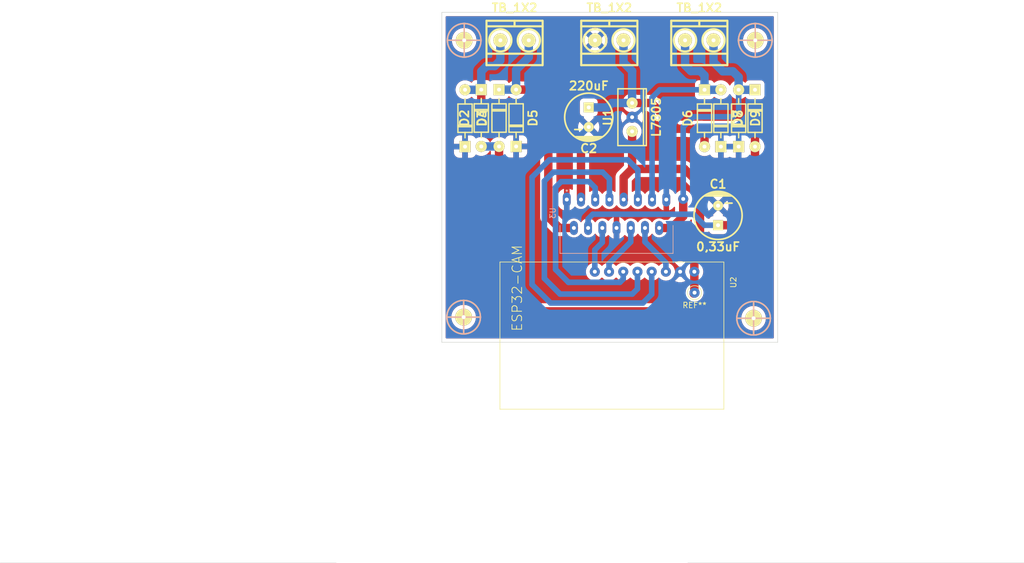
<source format=kicad_pcb>
(kicad_pcb (version 20211014) (generator pcbnew)
  (layers (0 "F.Cu" signal) (31 "B.Cu" signal) (34 "B.Paste" user) (35 "F.Paste" user) (36 "B.SilkS" user "B.Silkscreen") (37 "F.SilkS" user "F.Silkscreen") (38 "B.Mask" user) (39 "F.Mask" user) (44 "Edge.Cuts" user))
  (net 0 "")
  (net 1 "GND")
  (net 2 "+5V")
  (net 3 "/OUT1")
  (net 4 "/OUT2")
  (net 5 "/OUT3")
  (net 6 "/OUT4")
  (net 7 "/EnA")
  (net 8 "/EnB")
  (net 9 "/IN1")
  (net 10 "/IN2")
  (net 11 "/IN3")
  (net 12 "/IN4")
  (net 13 "+6V")
  (footprint "EESTN5:DO-41" (layer "F.Cu") (at 193.454 95.727 -90)
    (fp_text reference "D9" (at 0 -3 90) (layer "F.SilkS") (effects (font (size 1.524 1.524) (thickness 0.3048))))
    (fp_text value "D" hide)
    (fp_line (start 1.524 1.27) (end 1.524 -1.27) (layer "F.SilkS") (width 0.254))
    (fp_line (start 1.27 -1.27) (end 1.27 1.27) (layer "F.SilkS") (width 0.254))
    (fp_line (start 2.54 1.27) (end -2.54 1.27) (layer "F.SilkS") (width 0.254))
    (fp_line (start 2.54 -1.27) (end 2.54 1.27) (layer "F.SilkS") (width 0.254))
    (fp_line (start -2.54 -1.27) (end 2.54 -1.27) (layer "F.SilkS") (width 0.254))
    (fp_line (start -2.54 0) (end -3.5 0) (layer "F.SilkS") (width 0.254))
    (fp_line (start -2.54 -1.27) (end -2.54 1.27) (layer "F.SilkS") (width 0.254))
    (fp_line (start 3.5 0) (end 2.54 0) (layer "F.SilkS") (width 0.254))
    (pad "1" thru_hole circle locked (at -5.08 0 270) (size 1.99898 1.99898) (drill 0.7) (layers *.Cu *.Mask "F.SilkS") (net 6 "/OUT4"))
    (pad "2" thru_hole rect locked (at 5.08 0 270) (size 1.99898 1.99898) (drill 0.7) (layers *.Cu *.Mask "F.SilkS") (net 1 "GND"))
  )
  (footprint "EESTN5:hole_3mm" (layer "F.Cu") (at 144.425 81.797)
    (fp_text reference "H2" hide)
    (fp_text value "Mounting_Hole" hide)
    (fp_line (start -3 0) (end 3 0) (layer "B.SilkS") (width 0.254))
    (fp_line (start 0 -3) (end 0 3) (layer "B.SilkS") (width 0.254))
    (fp_circle (center 0 0) (end 3 0) (layer "B.SilkS") (width 0.254) (fill none))
    (fp_line (start -3 0) (end 3 0) (layer "F.SilkS") (width 0.254))
    (fp_line (start 0 -3) (end 0 3) (layer "F.SilkS") (width 0.254))
    (fp_circle (center 0 0) (end 3 0) (layer "F.SilkS") (width 0.254) (fill none))
    (pad "1" thru_hole circle locked (at 0 0) (size 3 3) (drill 0.7) (layers *.Cu "F.SilkS"))
  )
  (footprint "" (layer "F.Cu") (at 183.55 110.172)
    (fp_text reference "" (at 0 0) (layer "F.SilkS") (effects (font (size 1.27 1.27))))
    (fp_text value "" (at 0 0) (layer "F.SilkS") (effects (font (size 1.27 1.27))))
    (pad "1" thru_hole circle (at 0 0) (size 1.8 1.8) (drill 0.7) (layers *.Cu *.Mask) (net 6 "/OUT4"))
  )
  (footprint "EESTN5:BORNERA2_AZUL" (layer "F.Cu") (at 170.346 81.797 180)
    (fp_text reference "J1" hide)
    (fp_text value "TB_1X2" (at 0 5.8) (layer "F.SilkS") (effects (font (size 1.5 1.5) (thickness 0.3))))
    (fp_line (start 0 2.54) (end 0 3.4845) (layer "F.SilkS") (width 0.381))
    (fp_line (start 5.0165 -4.445) (end -4.9835 -4.445) (layer "F.SilkS") (width 0.381))
    (fp_line (start -5 -2.4) (end 5 -2.4) (layer "F.SilkS") (width 0.381))
    (fp_line (start -5.0165 -4.445) (end -5.0165 3.4925) (layer "F.SilkS") (width 0.381))
    (fp_line (start 5.0165 3.4925) (end 5.0165 -4.445) (layer "F.SilkS") (width 0.381))
    (fp_line (start -4.9835 3.4925) (end 5.0165 3.4925) (layer "F.SilkS") (width 0.381))
    (fp_line (start -5 2.5) (end 5 2.5) (layer "F.SilkS") (width 0.381))
    (fp_circle (center -2.55 0) (end -0.55 0) (layer "F.SilkS") (width 0.381) (fill none))
    (fp_circle (center 2.55 0) (end 0.55 0) (layer "F.SilkS") (width 0.381) (fill none))
    (pad "1" thru_hole circle locked (at -2.54 0 180) (size 2.5 2.5) (drill 0.7) (layers *.Cu *.Mask "F.SilkS") (net 13 "+6V"))
    (pad "2" thru_hole circle locked (at 2.54 0 180) (size 2.5 2.5) (drill 0.7) (layers *.Cu *.Mask "F.SilkS") (net 1 "GND"))
  )
  (footprint "EESTN5:DO-41" (layer "F.Cu") (at 153.698 95.697 -90)
    (fp_text reference "D5" (at 0 -3 90) (layer "F.SilkS") (effects (font (size 1.524 1.524) (thickness 0.3048))))
    (fp_text value "D" hide)
    (fp_line (start -2.54 -1.27) (end -2.54 1.27) (layer "F.SilkS") (width 0.254))
    (fp_line (start 1.524 1.27) (end 1.524 -1.27) (layer "F.SilkS") (width 0.254))
    (fp_line (start -2.54 -1.27) (end 2.54 -1.27) (layer "F.SilkS") (width 0.254))
    (fp_line (start 3.5 0) (end 2.54 0) (layer "F.SilkS") (width 0.254))
    (fp_line (start -2.54 0) (end -3.5 0) (layer "F.SilkS") (width 0.254))
    (fp_line (start 2.54 -1.27) (end 2.54 1.27) (layer "F.SilkS") (width 0.254))
    (fp_line (start 1.27 -1.27) (end 1.27 1.27) (layer "F.SilkS") (width 0.254))
    (fp_line (start 2.54 1.27) (end -2.54 1.27) (layer "F.SilkS") (width 0.254))
    (pad "1" thru_hole circle locked (at -5.08 0 270) (size 1.99898 1.99898) (drill 0.7) (layers *.Cu *.Mask "F.SilkS") (net 4 "/OUT2"))
    (pad "2" thru_hole rect locked (at 5.08 0 270) (size 1.99898 1.99898) (drill 0.7) (layers *.Cu *.Mask "F.SilkS") (net 1 "GND"))
  )
  (footprint "EESTN5:CAP_ELEC_8x11.5mm" (layer "F.Cu") (at 166.675 95.547 180)
    (fp_text reference "C2" (at 0 -5.6) (layer "F.SilkS") (effects (font (size 1.524 1.524) (thickness 0.3048))))
    (fp_text value "220uF" (at 0 5.6) (layer "F.SilkS") (effects (font (size 1.524 1.524) (thickness 0.3048))))
    (fp_line (start -1.4 -3.9) (end 1.4 -3.9) (layer "F.SilkS") (width 0.3048))
    (fp_line (start -2.4 -3.5) (end 2.4 -3.5) (layer "F.SilkS") (width 0.3048))
    (fp_line (start -1.8 -3.7) (end 1.8 -3.7) (layer "F.SilkS") (width 0.3048))
    (fp_line (start 1.3 -2.2) (end 2.5 -2.2) (layer "F.SilkS") (width 0.3))
    (fp_line (start -0.8 -4.1) (end 0.9 -4.1) (layer "F.SilkS") (width 0.3048))
    (fp_circle (center 0 0) (end -4.3 0) (layer "F.SilkS") (width 0.3048) (fill none))
    (pad "1" thru_hole rect locked (at 0 1.75 180) (size 1.8 1.8) (drill 0.7) (layers *.Cu *.Mask "F.SilkS") (net 13 "+6V"))
    (pad "2" thru_hole circle locked (at 0 -1.75 180) (size 1.8 1.8) (drill 0.7) (layers *.Cu *.Mask "F.SilkS") (net 1 "GND"))
  )
  (footprint "EESTN5:TO-220" (layer "F.Cu") (at 174.422 95.547 -90)
    (fp_text reference "U1" (at 0 4.318 90) (layer "F.SilkS") (effects (font (size 1.524 1.524) (thickness 0.3048))))
    (fp_text value "L7805" (at 0 -4.318 90) (layer "F.SilkS") (effects (font (size 1.524 1.524) (thickness 0.3048))))
    (fp_line (start 5.08 -2.54) (end -5.08 -2.54) (layer "F.SilkS") (width 0.254))
    (fp_line (start -5.08 -2.54) (end -5.08 -1.27) (layer "F.SilkS") (width 0.254))
    (fp_line (start -5.08 2.54) (end 5.08 2.54) (layer "F.SilkS") (width 0.254))
    (fp_line (start 5.08 2.54) (end 5.08 -2.54) (layer "F.SilkS") (width 0.254))
    (fp_line (start -5.08 -2.032) (end 5.08 -2.032) (layer "F.SilkS") (width 0.254))
    (fp_line (start -5.08 -1.27) (end -5.08 2.54) (layer "F.SilkS") (width 0.254))
    (pad "1" thru_hole circle locked (at -2.54 0 270) (size 2 2) (drill 0.7) (layers *.Cu *.Mask "F.SilkS") (net 13 "+6V"))
    (pad "2" thru_hole circle locked (at 0 0 270) (size 2 2) (drill 0.7) (layers *.Cu *.Mask) (net 1 "GND"))
    (pad "3" thru_hole circle locked (at 2.54 0 270) (size 2 2) (drill 0.7) (layers *.Cu *.Mask "F.SilkS") (net 2 "+5V"))
  )
  (footprint "ESP32-CAM-HUELLA:ESP32-CAM" (layer "F.Cu") (at 175.379511 134.603511 -90)
    (fp_text reference "U2" (at -9.525 -17.145 90) (layer "F.SilkS"))
    (fp_text value "ESP32-CAM")
    (fp_text user "ESP32-CAM" (at -8.5 21.488 90) (layer "F.SilkS") (effects (font (size 1.72 1.72))))
    (fp_line (start 13.16 24.57) (end -13.16 24.57) (layer "F.SilkS") (width 0.127))
    (fp_line (start 13.16 -15.43) (end 13.16 24.57) (layer "F.SilkS") (width 0.127))
    (fp_line (start -13.16 24.57) (end -13.16 -15.43) (layer "F.SilkS") (width 0.127))
    (fp_line (start -13.16 -15.43) (end 13.16 -15.43) (layer "F.SilkS") (width 0.127))
    (pad "P$1" thru_hole circle (at -11.43 -10.16 270) (size 1.8 1.8) (drill 0.7) (layers *.Cu *.Mask) (net 2 "+5V"))
    (pad "P$2" thru_hole circle (at -11.43 -7.62 270) (size 1.8 1.8) (drill 0.7) (layers *.Cu *.Mask) (net 1 "GND"))
    (pad "P$3" thru_hole circle (at -11.43 -5.08 270) (size 1.8 1.8) (drill 0.7) (layers *.Cu *.Mask) (net 12 "/IN4"))
    (pad "P$4" thru_hole circle (at -11.43 -2.54 270) (size 1.8 1.8) (drill 0.7) (layers *.Cu *.Mask) (net 8 "/EnB"))
    (pad "P$5" thru_hole circle (at -11.43 0 270) (size 1.8 1.8) (drill 0.7) (layers *.Cu *.Mask) (net 10 "/IN2"))
    (pad "P$6" thru_hole circle (at -11.43 2.54 270) (size 1.8 1.8) (drill 0.7) (layers *.Cu *.Mask) (net 9 "/IN1"))
    (pad "P$7" thru_hole circle (at -11.43 5.08 270) (size 1.8 1.8) (drill 0.7) (layers *.Cu *.Mask) (net 11 "/IN3"))
    (pad "P$8" thru_hole circle (at -11.43 7.62 270) (size 1.8 1.8) (drill 0.7) (layers *.Cu *.Mask) (net 7 "/EnA"))
  )
  (footprint "EESTN5:hole_3mm" (layer "F.Cu") (at 196.125 131.497)
    (fp_text reference "H3" hide)
    (fp_text value "Mounting_Hole" hide)
    (fp_line (start -3 0) (end 3 0) (layer "B.SilkS") (width 0.254))
    (fp_line (start 0 -3) (end 0 3) (layer "B.SilkS") (width 0.254))
    (fp_circle (center 0 0) (end 3 0) (layer "B.SilkS") (width 0.254) (fill none))
    (fp_line (start 0 -3) (end 0 3) (layer "F.SilkS") (width 0.254))
    (fp_line (start -3 0) (end 3 0) (layer "F.SilkS") (width 0.254))
    (fp_circle (center 0 0) (end 3 0) (layer "F.SilkS") (width 0.254) (fill none))
    (pad "1" thru_hole circle locked (at 0 0) (size 3 3) (drill 0.7) (layers *.Cu "F.SilkS"))
  )
  (footprint "EESTN5:BORNERA2_AZUL" (layer "F.Cu") (at 186.425 81.797 180)
    (fp_text reference "J2" hide)
    (fp_text value "TB_1X2" (at 0 5.8) (layer "F.SilkS") (effects (font (size 1.5 1.5) (thickness 0.3))))
    (fp_line (start 5.0165 -4.445) (end -4.9835 -4.445) (layer "F.SilkS") (width 0.381))
    (fp_line (start -5 2.5) (end 5 2.5) (layer "F.SilkS") (width 0.381))
    (fp_line (start 5.0165 3.4925) (end 5.0165 -4.445) (layer "F.SilkS") (width 0.381))
    (fp_line (start -4.9835 3.4925) (end 5.0165 3.4925) (layer "F.SilkS") (width 0.381))
    (fp_line (start -5.0165 -4.445) (end -5.0165 3.4925) (layer "F.SilkS") (width 0.381))
    (fp_line (start 0 2.54) (end 0 3.4845) (layer "F.SilkS") (width 0.381))
    (fp_line (start -5 -2.4) (end 5 -2.4) (layer "F.SilkS") (width 0.381))
    (fp_circle (center -2.55 0) (end -0.55 0) (layer "F.SilkS") (width 0.381) (fill none))
    (fp_circle (center 2.55 0) (end 0.55 0) (layer "F.SilkS") (width 0.381) (fill none))
    (pad "1" thru_hole circle locked (at -2.54 0 180) (size 2.5 2.5) (drill 0.7) (layers *.Cu *.Mask "F.SilkS") (net 6 "/OUT4"))
    (pad "2" thru_hole circle locked (at 2.54 0 180) (size 2.5 2.5) (drill 0.7) (layers *.Cu *.Mask "F.SilkS") (net 5 "/OUT3"))
  )
  (footprint "EESTN5:DO-41" (layer "F.Cu") (at 190.279 95.727 -90)
    (fp_text reference "D7" (at 0 -3 90) (layer "F.SilkS") (effects (font (size 1.524 1.524) (thickness 0.3048))))
    (fp_text value "D" hide)
    (fp_line (start -2.54 -1.27) (end 2.54 -1.27) (layer "F.SilkS") (width 0.254))
    (fp_line (start 2.54 -1.27) (end 2.54 1.27) (layer "F.SilkS") (width 0.254))
    (fp_line (start 1.27 -1.27) (end 1.27 1.27) (layer "F.SilkS") (width 0.254))
    (fp_line (start 2.54 1.27) (end -2.54 1.27) (layer "F.SilkS") (width 0.254))
    (fp_line (start -2.54 -1.27) (end -2.54 1.27) (layer "F.SilkS") (width 0.254))
    (fp_line (start 1.524 1.27) (end 1.524 -1.27) (layer "F.SilkS") (width 0.254))
    (fp_line (start -2.54 0) (end -3.5 0) (layer "F.SilkS") (width 0.254))
    (fp_line (start 3.5 0) (end 2.54 0) (layer "F.SilkS") (width 0.254))
    (pad "1" thru_hole circle locked (at -5.08 0 270) (size 1.99898 1.99898) (drill 0.7) (layers *.Cu *.Mask "F.SilkS") (net 5 "/OUT3"))
    (pad "2" thru_hole rect locked (at 5.08 0 270) (size 1.99898 1.99898) (drill 0.7) (layers *.Cu *.Mask "F.SilkS") (net 1 "GND"))
  )
  (footprint "EESTN5:DO-41" (layer "F.Cu") (at 196.375 95.727 90)
    (fp_text reference "D8" (at 0 -3 90) (layer "F.SilkS") (effects (font (size 1.524 1.524) (thickness 0.3048))))
    (fp_text value "D" hide)
    (fp_line (start 3.5 0) (end 2.54 0) (layer "F.SilkS") (width 0.254))
    (fp_line (start 1.524 1.27) (end 1.524 -1.27) (layer "F.SilkS") (width 0.254))
    (fp_line (start -2.54 0) (end -3.5 0) (layer "F.SilkS") (width 0.254))
    (fp_line (start 2.54 1.27) (end -2.54 1.27) (layer "F.SilkS") (width 0.254))
    (fp_line (start -2.54 -1.27) (end -2.54 1.27) (layer "F.SilkS") (width 0.254))
    (fp_line (start 1.27 -1.27) (end 1.27 1.27) (layer "F.SilkS") (width 0.254))
    (fp_line (start 2.54 -1.27) (end 2.54 1.27) (layer "F.SilkS") (width 0.254))
    (fp_line (start -2.54 -1.27) (end 2.54 -1.27) (layer "F.SilkS") (width 0.254))
    (pad "1" thru_hole circle locked (at -5.08 0 90) (size 1.99898 1.99898) (drill 0.7) (layers *.Cu *.Mask "F.SilkS") (net 13 "+6V"))
    (pad "2" thru_hole rect locked (at 5.08 0 90) (size 1.99898 1.99898) (drill 0.7) (layers *.Cu *.Mask "F.SilkS") (net 6 "/OUT4"))
  )
  (footprint "EESTN5:DO-41" (layer "F.Cu") (at 150.65 95.697 90)
    (fp_text reference "D4" (at 0 -3 90) (layer "F.SilkS") (effects (font (size 1.524 1.524) (thickness 0.3048))))
    (fp_text value "D" hide)
    (fp_line (start 2.54 -1.27) (end 2.54 1.27) (layer "F.SilkS") (width 0.254))
    (fp_line (start 2.54 1.27) (end -2.54 1.27) (layer "F.SilkS") (width 0.254))
    (fp_line (start 1.524 1.27) (end 1.524 -1.27) (layer "F.SilkS") (width 0.254))
    (fp_line (start -2.54 0) (end -3.5 0) (layer "F.SilkS") (width 0.254))
    (fp_line (start 1.27 -1.27) (end 1.27 1.27) (layer "F.SilkS") (width 0.254))
    (fp_line (start -2.54 -1.27) (end 2.54 -1.27) (layer "F.SilkS") (width 0.254))
    (fp_line (start 3.5 0) (end 2.54 0) (layer "F.SilkS") (width 0.254))
    (fp_line (start -2.54 -1.27) (end -2.54 1.27) (layer "F.SilkS") (width 0.254))
    (pad "1" thru_hole circle locked (at -5.08 0 90) (size 1.99898 1.99898) (drill 0.7) (layers *.Cu *.Mask "F.SilkS") (net 13 "+6V"))
    (pad "2" thru_hole rect locked (at 5.08 0 90) (size 1.99898 1.99898) (drill 0.7) (layers *.Cu *.Mask "F.SilkS") (net 4 "/OUT2"))
  )
  (footprint "EESTN5:DO-41" (layer "F.Cu") (at 187.358 95.727 90)
    (fp_text reference "D6" (at 0 -3 90) (layer "F.SilkS") (effects (font (size 1.524 1.524) (thickness 0.3048))))
    (fp_text value "D" hide)
    (fp_line (start 1.524 1.27) (end 1.524 -1.27) (layer "F.SilkS") (width 0.254))
    (fp_line (start -2.54 -1.27) (end 2.54 -1.27) (layer "F.SilkS") (width 0.254))
    (fp_line (start 2.54 1.27) (end -2.54 1.27) (layer "F.SilkS") (width 0.254))
    (fp_line (start -2.54 0) (end -3.5 0) (layer "F.SilkS") (width 0.254))
    (fp_line (start 3.5 0) (end 2.54 0) (layer "F.SilkS") (width 0.254))
    (fp_line (start 1.27 -1.27) (end 1.27 1.27) (layer "F.SilkS") (width 0.254))
    (fp_line (start 2.54 -1.27) (end 2.54 1.27) (layer "F.SilkS") (width 0.254))
    (fp_line (start -2.54 -1.27) (end -2.54 1.27) (layer "F.SilkS") (width 0.254))
    (pad "1" thru_hole circle locked (at -5.08 0 90) (size 1.99898 1.99898) (drill 0.7) (layers *.Cu *.Mask "F.SilkS") (net 13 "+6V"))
    (pad "2" thru_hole rect locked (at 5.08 0 90) (size 1.99898 1.99898) (drill 0.7) (layers *.Cu *.Mask "F.SilkS") (net 5 "/OUT3"))
  )
  (footprint "EESTN5:DO-41" (layer "F.Cu") (at 144.575 95.727 -90)
    (fp_text reference "D3" (at 0 -3 90) (layer "F.SilkS") (effects (font (size 1.524 1.524) (thickness 0.3048))))
    (fp_text value "D" hide)
    (fp_line (start -2.54 -1.27) (end -2.54 1.27) (layer "F.SilkS") (width 0.254))
    (fp_line (start 1.524 1.27) (end 1.524 -1.27) (layer "F.SilkS") (width 0.254))
    (fp_line (start -2.54 -1.27) (end 2.54 -1.27) (layer "F.SilkS") (width 0.254))
    (fp_line (start 2.54 1.27) (end -2.54 1.27) (layer "F.SilkS") (width 0.254))
    (fp_line (start 3.5 0) (end 2.54 0) (layer "F.SilkS") (width 0.254))
    (fp_line (start 1.27 -1.27) (end 1.27 1.27) (layer "F.SilkS") (width 0.254))
    (fp_line (start 2.54 -1.27) (end 2.54 1.27) (layer "F.SilkS") (width 0.254))
    (fp_line (start -2.54 0) (end -3.5 0) (layer "F.SilkS") (width 0.254))
    (pad "1" thru_hole circle locked (at -5.08 0 270) (size 1.99898 1.99898) (drill 0.7) (layers *.Cu *.Mask "F.SilkS") (net 3 "/OUT1"))
    (pad "2" thru_hole rect locked (at 5.08 0 270) (size 1.99898 1.99898) (drill 0.7) (layers *.Cu *.Mask "F.SilkS") (net 1 "GND"))
  )
  (footprint "Connector_Pin:Pin_D1.0mm_L10.0mm" (layer "F.Cu") (at 185.578511 126.923511)
    (fp_text reference "REF**" (at 0 2.25) (layer "F.SilkS"))
    (fp_text value "Pin_D1.0mm_L10.0mm")
    (fp_circle (center 0 0) (end 1.25 0.05) (layer "F.SilkS") (width 0.12) (fill none))
    (pad "1" thru_hole circle (at 0 0) (size 1.8 1.8) (drill 0.7) (layers *.Cu *.Mask) (net 2 "+5V"))
  )
  (footprint "EESTN5:hole_3mm" (layer "F.Cu") (at 196.425 81.797)
    (fp_text reference "H4" hide)
    (fp_text value "Mounting_Hole" hide)
    (fp_line (start -3 0) (end 3 0) (layer "B.SilkS") (width 0.254))
    (fp_line (start 0 -3) (end 0 3) (layer "B.SilkS") (width 0.254))
    (fp_circle (center 0 0) (end 3 0) (layer "B.SilkS") (width 0.254) (fill none))
    (fp_line (start -3 0) (end 3 0) (layer "F.SilkS") (width 0.254))
    (fp_line (start 0 -3) (end 0 3) (layer "F.SilkS") (width 0.254))
    (fp_circle (center 0 0) (end 3 0) (layer "F.SilkS") (width 0.254) (fill none))
    (pad "1" thru_hole circle locked (at 0 0) (size 3 3) (drill 0.7) (layers *.Cu "F.SilkS"))
  )
  (footprint "EESTN5:hole_3mm" (layer "F.Cu") (at 144.325 131.297)
    (fp_text reference "H1" hide)
    (fp_text value "Mounting_Hole" hide)
    (fp_line (start 0 -3) (end 0 3) (layer "B.SilkS") (width 0.254))
    (fp_line (start -3 0) (end 3 0) (layer "B.SilkS") (width 0.254))
    (fp_circle (center 0 0) (end 3 0) (layer "B.SilkS") (width 0.254) (fill none))
    (fp_line (start 0 -3) (end 0 3) (layer "F.SilkS") (width 0.254))
    (fp_line (start -3 0) (end 3 0) (layer "F.SilkS") (width 0.254))
    (fp_circle (center 0 0) (end 3 0) (layer "F.SilkS") (width 0.254) (fill none))
    (pad "1" thru_hole circle locked (at 0 0) (size 3 3) (drill 0.7) (layers *.Cu "F.SilkS"))
  )
  (footprint "EESTN5:CAP_ELEC_8x11.5mm" (layer "F.Cu") (at 189.777 113.115)
    (fp_text reference "C1" (at 0 -5.6) (layer "F.SilkS") (effects (font (size 1.524 1.524) (thickness 0.3048))))
    (fp_text value "0,33uF" (at 0 5.6) (layer "F.SilkS") (effects (font (size 1.524 1.524) (thickness 0.3048))))
    (fp_line (start -1.4 -3.9) (end 1.4 -3.9) (layer "F.SilkS") (width 0.3048))
    (fp_line (start -1.8 -3.7) (end 1.8 -3.7) (layer "F.SilkS") (width 0.3048))
    (fp_line (start -2.4 -3.5) (end 2.4 -3.5) (layer "F.SilkS") (width 0.3048))
    (fp_line (start -0.8 -4.1) (end 0.9 -4.1) (layer "F.SilkS") (width 0.3048))
    (fp_line (start 1.3 -2.2) (end 2.5 -2.2) (layer "F.SilkS") (width 0.3))
    (fp_circle (center 0 0) (end -4.3 0) (layer "F.SilkS") (width 0.3048) (fill none))
    (pad "1" thru_hole rect locked (at 0 1.75) (size 1.8 1.8) (drill 0.7) (layers *.Cu *.Mask "F.SilkS") (net 13 "+6V"))
    (pad "2" thru_hole circle locked (at 0 -1.75) (size 1.8 1.8) (drill 0.7) (layers *.Cu *.Mask "F.SilkS") (net 1 "GND"))
  )
  (footprint "EESTN5:DO-41" (layer "F.Cu") (at 147.475 95.697 90)
    (fp_text reference "D2" (at 0 -3 90) (layer "F.SilkS") (effects (font (size 1.524 1.524) (thickness 0.3048))))
    (fp_text value "D" hide)
    (fp_line (start -2.54 0) (end -3.5 0) (layer "F.SilkS") (width 0.254))
    (fp_line (start -2.54 -1.27) (end -2.54 1.27) (layer "F.SilkS") (width 0.254))
    (fp_line (start -2.54 -1.27) (end 2.54 -1.27) (layer "F.SilkS") (width 0.254))
    (fp_line (start 2.54 -1.27) (end 2.54 1.27) (layer "F.SilkS") (width 0.254))
    (fp_line (start 1.27 -1.27) (end 1.27 1.27) (layer "F.SilkS") (width 0.254))
    (fp_line (start 1.524 1.27) (end 1.524 -1.27) (layer "F.SilkS") (width 0.254))
    (fp_line (start 2.54 1.27) (end -2.54 1.27) (layer "F.SilkS") (width 0.254))
    (fp_line (start 3.5 0) (end 2.54 0) (layer "F.SilkS") (width 0.254))
    (pad "1" thru_hole circle locked (at -5.08 0 90) (size 1.99898 1.99898) (drill 0.7) (layers *.Cu *.Mask "F.SilkS") (net 13 "+6V"))
    (pad "2" thru_hole rect locked (at 5.08 0 90) (size 1.99898 1.99898) (drill 0.7) (layers *.Cu *.Mask "F.SilkS") (net 3 "/OUT1"))
  )
  (footprint "EESTN5:BORNERA2_AZUL" (layer "F.Cu") (at 153.425 81.797 180)
    (fp_text reference "J3" hide)
    (fp_text value "TB_1X2" (at 0 5.8) (layer "F.SilkS") (effects (font (size 1.5 1.5) (thickness 0.3))))
    (fp_line (start -5 2.5) (end 5 2.5) (layer "F.SilkS") (width 0.381))
    (fp_line (start 0 2.54) (end 0 3.4845) (layer "F.SilkS") (width 0.381))
    (fp_line (start -4.9835 3.4925) (end 5.0165 3.4925) (layer "F.SilkS") (width 0.381))
    (fp_line (start 5.0165 3.4925) (end 5.0165 -4.445) (layer "F.SilkS") (width 0.381))
    (fp_line (start 5.0165 -4.445) (end -4.9835 -4.445) (layer "F.SilkS") (width 0.381))
    (fp_line (start -5 -2.4) (end 5 -2.4) (layer "F.SilkS") (width 0.381))
    (fp_line (start -5.0165 -4.445) (end -5.0165 3.4925) (layer "F.SilkS") (width 0.381))
    (fp_circle (center 2.55 0) (end 0.55 0) (layer "F.SilkS") (width 0.381) (fill none))
    (fp_circle (center -2.55 0) (end -0.55 0) (layer "F.SilkS") (width 0.381) (fill none))
    (pad "1" thru_hole circle locked (at -2.54 0 180) (size 2.5 2.5) (drill 0.7) (layers *.Cu *.Mask "F.SilkS") (net 4 "/OUT2"))
    (pad "2" thru_hole circle locked (at 2.54 0 180) (size 2.5 2.5) (drill 0.7) (layers *.Cu *.Mask "F.SilkS") (net 3 "/OUT1"))
  )
  (footprint "L298N HUELLA PCB:TO127P2020X500X2100-15" (layer "B.Cu") (at 162.75 110.272 -90)
    (fp_text reference "U3" (at 2.425 2.495 90) (layer "B.SilkS") (effects (justify mirror)))
    (fp_text value "L298HN")
    (fp_line (start 9.63 -18.99) (end 9.63 1.21) (layer "B.SilkS") (width 0.127))
    (fp_line (start 4.63 -18.99) (end 9.63 -18.99) (layer "B.SilkS") (width 0.127))
    (fp_line (start 9.63 1.21) (end 4.63 1.21) (layer "B.SilkS") (width 0.127))
    (fp_circle (center -1.59 0) (end -1.49 0) (layer "B.SilkS") (width 0.2) (fill none))
    (pad "1" thru_hole oval locked (at 0 0 270) (size 2.5 1.4) (drill oval 0.7) (layers *.Cu *.Mask) (net 1 "GND"))
    (pad "2" thru_hole oval locked (at 5.08 -1.27 270) (size 2.5 1.4) (drill oval 0.7) (layers *.Cu *.Mask) (net 3 "/OUT1"))
    (pad "3" thru_hole oval locked (at 0 -2.54 270) (size 2.5 1.4) (drill oval 0.7) (layers *.Cu *.Mask) (net 4 "/OUT2"))
    (pad "4" thru_hole oval locked (at 5.08 -3.81 270) (size 2.5 1.4) (drill oval 0.7) (layers *.Cu *.Mask) (net 13 "+6V"))
    (pad "5" thru_hole oval locked (at 0 -5.08 270) (size 2.5 1.4) (drill oval 0.7) (layers *.Cu *.Mask) (net 9 "/IN1"))
    (pad "6" thru_hole oval locked (at 5.08 -6.35 270) (size 2.5 1.4) (drill oval 0.7) (layers *.Cu *.Mask) (net 7 "/EnA"))
    (pad "7" thru_hole oval locked (at 0 -7.62 270) (size 2.5 1.4) (drill oval 0.7) (layers *.Cu *.Mask) (net 10 "/IN2"))
    (pad "8" thru_hole oval locked (at 5.08 -8.89 270) (size 2.5 1.4) (drill oval 0.7) (layers *.Cu *.Mask) (net 1 "GND"))
    (pad "9" thru_hole oval locked (at 0 -10.16 270) (size 2.5 1.4) (drill oval 0.7) (layers *.Cu *.Mask) (net 2 "+5V"))
    (pad "10" thru_hole oval locked (at 5.08 -11.43 270) (size 2.5 1.4) (drill oval 0.7) (layers *.Cu *.Mask) (net 11 "/IN3"))
    (pad "11" thru_hole oval locked (at 0 -12.7 270) (size 2.5 1.4) (drill oval 0.7) (layers *.Cu *.Mask) (net 8 "/EnB"))
    (pad "12" thru_hole oval locked (at 5.08 -13.97 270) (size 2.5 1.4) (drill oval 0.7) (layers *.Cu *.Mask) (net 12 "/IN4"))
    (pad "13" thru_hole oval locked (at 0 -15.24 270) (size 2.5 1.4) (drill oval 0.7) (layers *.Cu *.Mask) (net 5 "/OUT3"))
    (pad "14" thru_hole oval locked (at 5.08 -16.51 270) (size 2.5 1.4) (drill oval 0.7) (layers *.Cu *.Mask) (net 6 "/OUT4"))
    (pad "15" thru_hole oval locked (at 0 -17.78 270) (size 2.5 1.4) (drill oval 0.7) (layers *.Cu *.Mask) (net 1 "GND"))
  )
  (gr_line (start 184.4 175.25) (end 244.4 175.25) (layer "Edge.Cuts") (width 0.1))
  (gr_line (start 140.425 135.797) (end 200.425 135.797) (layer "Edge.Cuts") (width 0.1))
  (gr_line (start 200.425 131.797) (end 200.425 76.797) (layer "Edge.Cuts") (width 0.1))
  (gr_line (start 200.425 131.797) (end 200.425 132.497) (layer "Edge.Cuts") (width 0.1))
  (gr_line (start 61.55 175.25) (end 121.55 175.25) (layer "Edge.Cuts") (width 0.1))
  (gr_line (start 140.425 132.497) (end 140.425 131.797) (layer "Edge.Cuts") (width 0.1))
  (gr_line (start 170.425 76.797) (end 140.425 76.797) (layer "Edge.Cuts") (width 0.1))
  (gr_line (start 170.425 76.797) (end 200.425 76.797) (layer "Edge.Cuts") (width 0.1))
  (gr_line (start 140.425 132.497) (end 140.425 135.797) (layer "Edge.Cuts") (width 0.1))
  (gr_line (start 140.425 76.797) (end 140.425 131.797) (layer "Edge.Cuts") (width 0.1))
  (gr_line (start 200.425 132.497) (end 200.425 135.797) (layer "Edge.Cuts") (width 0.1))
  (segment (start 183.778 104.8) (end 186.55 107.572) (width 1.5) (layer "F.Cu") (net 2))
  (segment (start 186.55 120.472) (end 185.539511 121.482489) (width 1.5) (layer "F.Cu") (net 2))
  (segment (start 185.578511 126.923511) (end 185.411022 127.091) (width 1.5) (layer "F.Cu") (net 2))
  (segment (start 174.422 98.087) (end 174.422 104.8) (width 1.5) (layer "F.Cu") (net 2))
  (segment (start 185.539511 121.482489) (end 185.539511 123.173511) (width 1.5) (layer "F.Cu") (net 2))
  (segment (start 172.91 106.312) (end 172.91 110.272) (width 1.5) (layer "F.Cu") (net 2))
  (segment (start 186.55 107.572) (end 186.55 120.472) (width 1.5) (layer "F.Cu") (net 2))
  (segment (start 185.539511 123.173511) (end 185.539511 126.884511) (width 1.5) (layer "F.Cu") (net 2))
  (segment (start 185.539511 126.884511) (end 185.578511 126.923511) (width 1) (layer "F.Cu") (net 2))
  (segment (start 174.422 104.8) (end 172.91 106.312) (width 1.5) (layer "F.Cu") (net 2))
  (segment (start 174.422 104.8) (end 183.778 104.8) (width 1.5) (layer "F.Cu") (net 2))
  (segment (start 172.95 110.312) (end 172.91 110.272) (width 1.5) (layer "F.Cu") (net 2))
  (segment (start 147.475 94.097) (end 149.35 95.972) (width 1.5) (layer "F.Cu") (net 3))
  (segment (start 159.45 113.372) (end 161.43 115.352) (width 1.5) (layer "F.Cu") (net 3))
  (segment (start 159.45 101.072) (end 159.45 113.372) (width 1.5) (layer "F.Cu") (net 3))
  (segment (start 147.475 90.617) (end 147.475 94.097) (width 1.5) (layer "F.Cu") (net 3))
  (segment (start 149.35 95.972) (end 154.35 95.972) (width 1.5) (layer "F.Cu") (net 3))
  (segment (start 154.35 95.972) (end 159.45 101.072) (width 1.5) (layer "F.Cu") (net 3))
  (segment (start 161.43 115.352) (end 164.02 115.352) (width 1.5) (layer "F.Cu") (net 3))
  (segment (start 147.475 87.347) (end 148.425 86.397) (width 1.5) (layer "B.Cu") (net 3))
  (segment (start 150.885 85.387) (end 150.885 81.797) (width 1.5) (layer "B.Cu") (net 3))
  (segment (start 147.445 90.647) (end 147.475 90.617) (width 1.5) (layer "B.Cu") (net 3))
  (segment (start 147.475 90.617) (end 147.475 87.347) (width 1.5) (layer "B.Cu") (net 3))
  (segment (start 149.875 86.397) (end 150.885 85.387) (width 1.5) (layer "B.Cu") (net 3))
  (segment (start 144.575 90.647) (end 147.445 90.647) (width 1.5) (layer "B.Cu") (net 3))
  (segment (start 148.425 86.397) (end 149.875 86.397) (width 1.5) (layer "B.Cu") (net 3))
  (segment (start 165.29 99.69) (end 165.29 110.272) (width 1.5) (layer "F.Cu") (net 4))
  (segment (start 156.217 90.617) (end 165.29 99.69) (width 1.5) (layer "F.Cu") (net 4))
  (segment (start 153.698 90.617) (end 156.217 90.617) (width 1.5) (layer "F.Cu") (net 4))
  (segment (start 150.65 90.617) (end 153.698 90.617) (width 1.5) (layer "B.Cu") (net 4))
  (segment (start 155.965 81.797) (end 155.965 84.807) (width 1.5) (layer "B.Cu") (net 4))
  (segment (start 153.698 87.074) (end 153.698 90.617) (width 1.5) (layer "B.Cu") (net 4))
  (segment (start 155.965 84.807) (end 153.698 87.074) (width 1.5) (layer "B.Cu") (net 4))
  (segment (start 177.99 92.032) (end 179.375 90.647) (width 1) (layer "B.Cu") (net 5))
  (segment (start 190.279 90.647) (end 187.358 90.647) (width 1.5) (layer "B.Cu") (net 5))
  (segment (start 183.885 86.257) (end 184.925 87.297) (width 1.5) (layer "B.Cu") (net 5))
  (segment (start 187.358 88.08) (end 187.358 90.647) (width 1.5) (layer "B.Cu") (net 5))
  (segment (start 177.99 110.272) (end 177.99 92.032) (width 1) (layer "B.Cu") (net 5))
  (segment (start 184.925 87.297) (end 186.575 87.297) (width 1.5) (layer "B.Cu") (net 5))
  (segment (start 186.575 87.297) (end 187.358 88.08) (width 1.5) (layer "B.Cu") (net 5))
  (segment (start 183.885 81.797) (end 183.885 86.257) (width 1.5) (layer "B.Cu") (net 5))
  (segment (start 179.375 90.647) (end 187.358 90.647) (width 1) (layer "B.Cu") (net 5))
  (segment (start 183.55 113.272) (end 183.55 110.172) (width 1.5) (layer "F.Cu") (net 6))
  (segment (start 181.47 115.352) (end 183.55 113.272) (width 1.5) (layer "F.Cu") (net 6))
  (segment (start 179.26 115.352) (end 181.47 115.352) (width 1.5) (layer "F.Cu") (net 6))
  (segment (start 193.454 90.647) (end 196.375 90.647) (width 1.5) (layer "B.Cu") (net 6))
  (segment (start 192.454 95.468) (end 185.354 95.468) (width 1) (layer "B.Cu") (net 6))
  (segment (start 193.454 94.468) (end 192.454 95.468) (width 1) (layer "B.Cu") (net 6))
  (segment (start 190.625 87.347) (end 192.425 87.347) (width 1.5) (layer "B.Cu") (net 6))
  (segment (start 185.354 95.468) (end 183.55 97.272) (width 1) (layer "B.Cu") (net 6))
  (segment (start 192.425 87.347) (end 193.454 88.376) (width 1.5) (layer "B.Cu") (net 6))
  (segment (start 188.965 85.687) (end 190.625 87.347) (width 1.5) (layer "B.Cu") (net 6))
  (segment (start 193.454 90.647) (end 193.454 94.468) (width 1) (layer "B.Cu") (net 6))
  (segment (start 193.454 88.376) (end 193.454 90.647) (width 1.5) (layer "B.Cu") (net 6))
  (segment (start 183.55 97.272) (end 183.55 110.172) (width 1) (layer "B.Cu") (net 6))
  (segment (start 188.965 81.797) (end 188.965 85.687) (width 1.5) (layer "B.Cu") (net 6))
  (segment (start 169.1 117.922) (end 169.1 115.352) (width 1) (layer "B.Cu") (net 7))
  (segment (start 167.759511 119.262489) (end 169.1 117.922) (width 1) (layer "B.Cu") (net 7))
  (segment (start 167.759511 123.173511) (end 167.759511 119.262489) (width 1) (layer "B.Cu") (net 7))
  (segment (start 177.919511 123.173511) (end 177.919511 127.202489) (width 1) (layer "B.Cu") (net 8))
  (segment (start 175.45 104.972) (end 175.45 110.272) (width 1) (layer "B.Cu") (net 8))
  (segment (start 159.85 128.772) (end 156.55 125.472) (width 1) (layer "B.Cu") (net 8))
  (segment (start 159.65 103.172) (end 173.65 103.172) (width 1) (layer "B.Cu") (net 8))
  (segment (start 156.55 106.272) (end 159.65 103.172) (width 1) (layer "B.Cu") (net 8))
  (segment (start 156.55 125.472) (end 156.55 106.272) (width 1) (layer "B.Cu") (net 8))
  (segment (start 176.35 128.772) (end 159.85 128.772) (width 1) (layer "B.Cu") (net 8))
  (segment (start 177.919511 127.202489) (end 176.35 128.772) (width 1) (layer "B.Cu") (net 8))
  (segment (start 173.65 103.172) (end 175.45 104.972) (width 1) (layer "B.Cu") (net 8))
  (segment (start 160.75 108.072) (end 161.75 107.072) (width 1) (layer "B.Cu") (net 9))
  (segment (start 167.83 108.152) (end 167.83 110.272) (width 1) (layer "B.Cu") (net 9))
  (segment (start 172.25 125.072) (end 163.05 125.072) (width 1) (layer "B.Cu") (net 9))
  (segment (start 172.839511 124.482489) (end 172.25 125.072) (width 1) (layer "B.Cu") (net 9))
  (segment (start 166.75 107.072) (end 167.83 108.152) (width 1) (layer "B.Cu") (net 9))
  (segment (start 163.05 125.072) (end 160.75 122.772) (width 1) (layer "B.Cu") (net 9))
  (segment (start 172.839511 123.173511) (end 172.839511 124.482489) (width 1) (layer "B.Cu") (net 9))
  (segment (start 161.75 107.072) (end 166.75 107.072) (width 1) (layer "B.Cu") (net 9))
  (segment (start 160.75 122.772) (end 160.75 108.072) (width 1) (layer "B.Cu") (net 9))
  (segment (start 175.379511 126.242489) (end 174.45 127.172) (width 1) (layer "B.Cu") (net 10))
  (segment (start 175.379511 123.173511) (end 175.379511 126.242489) (width 1) (layer "B.Cu") (net 10))
  (segment (start 158.75 106.972) (end 160.35 105.372) (width 1) (layer "B.Cu") (net 10))
  (segment (start 161.55 127.172) (end 158.75 124.372) (width 1) (layer "B.Cu") (net 10))
  (segment (start 160.35 105.372) (end 169.15 105.372) (width 1) (layer "B.Cu") (net 10))
  (segment (start 170.37 106.592) (end 170.37 110.272) (width 1) (layer "B.Cu") (net 10))
  (segment (start 169.15 105.372) (end 170.37 106.592) (width 1) (layer "B.Cu") (net 10))
  (segment (start 158.75 124.372) (end 158.75 106.972) (width 1) (layer "B.Cu") (net 10))
  (segment (start 174.45 127.172) (end 161.55 127.172) (width 1) (layer "B.Cu") (net 10))
  (segment (start 170.299511 121.722489) (end 174.18 117.842) (width 1) (layer "B.Cu") (net 11))
  (segment (start 170.299511 123.173511) (end 170.299511 121.722489) (width 1) (layer "B.Cu") (net 11))
  (segment (start 174.18 117.842) (end 174.18 115.352) (width 1) (layer "B.Cu") (net 11))
  (segment (start 180.459511 123.173511) (end 180.459511 121.581511) (width 1) (layer "B.Cu") (net 12))
  (segment (start 176.72 117.842) (end 176.72 115.352) (width 1) (layer "B.Cu") (net 12))
  (segment (start 180.459511 121.581511) (end 176.72 117.842) (width 1) (layer "B.Cu") (net 12))
  (segment (start 182.449 97.621) (end 184.57 97.621) (width 1.5) (layer "F.Cu") (net 13))
  (segment (start 153.275 126.721) (end 153.275 105.897) (width 1.5) (layer "F.Cu") (net 13))
  (segment (start 184.57 97.621) (end 184.525 97.666) (width 1.5) (layer "F.Cu") (net 13))
  (segment (start 196.375 100.807) (end 196.375 112.347) (width 1.5) (layer "F.Cu") (net 13))
  (segment (start 150.65 103.272) (end 150.65 100.777) (width 1.5) (layer "F.Cu") (net 13))
  (segment (start 192.525 115.347) (end 192.525 127.2) (width 1.5) (layer "F.Cu") (net 13))
  (segment (start 196.375 98.547) (end 196.375 100.807) (width 1.5) (layer "F.Cu") (net 13))
  (segment (start 153.275 105.897) (end 150.65 103.272) (width 1.5) (layer "F.Cu") (net 13))
  (segment (start 195.475 97.647) (end 196.375 98.547) (width 1.5) (layer "F.Cu") (net 13))
  (segment (start 156.82 130.266) (end 153.275 126.721) (width 1.5) (layer "F.Cu") (net 13))
  (segment (start 177.835 93.007) (end 182.449 97.621) (width 1.5) (layer "F.Cu") (net 13))
  (segment (start 187.358 98.13) (end 187.358 100.807) (width 1.5) (layer "F.Cu") (net 13))
  (segment (start 193.857 114.865) (end 193.007 114.865) (width 1.5) (layer "F.Cu") (net 13))
  (segment (start 196.375 112.347) (end 193.857 114.865) (width 1.5) (layer "F.Cu") (net 13))
  (segment (start 184.57 97.621) (end 186.849 97.621) (width 1.5) (layer "F.Cu") (net 13))
  (segment (start 189.459 130.266) (end 156.82 130.266) (width 1.5) (layer "F.Cu") (net 13))
  (segment (start 186.849 97.621) (end 187.358 98.13) (width 1.5) (layer "F.Cu") (net 13))
  (segment (start 186.849 97.621) (end 186.875 97.647) (width 1.5) (layer "F.Cu") (net 13))
  (segment (start 186.875 97.647) (end 195.475 97.647) (width 1.5) (layer "F.Cu") (net 13))
  (segment (start 192.525 127.2) (end 189.459 130.266) (width 1.5) (layer "F.Cu") (net 13))
  (segment (start 174.422 93.007) (end 177.835 93.007) (width 1.5) (layer "F.Cu") (net 13))
  (segment (start 193.007 114.865) (end 189.777 114.865) (width 1.5) (layer "F.Cu") (net 13))
  (segment (start 193.007 114.865) (end 192.525 115.347) (width 1.5) (layer "F.Cu") (net 13))
  (segment (start 174.422 87.294) (end 172.886 85.758) (width 1.5) (layer "B.Cu") (net 13))
  (segment (start 166.56 115.352) (end 166.56 113.74) (width 1) (layer "B.Cu") (net 13))
  (segment (start 170.025 93.797) (end 166.675 93.797) (width 1.5) (layer "B.Cu") (net 13))
  (segment (start 166.56 113.74) (end 167.4 112.9) (width 1) (layer "B.Cu") (net 13))
  (segment (start 174.422 93.007) (end 170.815 93.007) (width 1.5) (layer "B.Cu") (net 13))
  (segment (start 185.378 112.9) (end 187.343 114.865) (width 1) (layer "B.Cu") (net 13))
  (segment (start 167.4 112.9) (end 185.378 112.9) (width 1) (layer "B.Cu") (net 13))
  (segment (start 147.475 100.777) (end 150.65 100.777) (width 1.5) (layer "B.Cu") (net 13))
  (segment (start 170.815 93.007) (end 170.025 93.797) (width 1.5) (layer "B.Cu") (net 13))
  (segment (start 174.422 93.007) (end 174.422 87.294) (width 1.5) (layer "B.Cu") (net 13))
  (segment (start 187.343 114.865) (end 189.777 114.865) (width 1) (layer "B.Cu") (net 13))
  (segment (start 172.886 85.758) (end 172.886 81.797) (width 1.5) (layer "B.Cu") (net 13))
  (zone (net 1) (net_name "GND") (layer "F.Cu") (connect_pads (clearance 0.7)) (min_thickness 0.25) (fill yes (thermal_gap 1) (thermal_bridge_width 1) (smoothing fillet))
    (polygon (pts (xy 200.425 135.797) (xy 140.425 135.797) (xy 140.425 76.797) (xy 200.425 76.797)))
  )
  (zone (net 1) (net_name "GND") (layer "B.Cu") (connect_pads (clearance 0.7)) (min_thickness 0.25) (fill yes (thermal_gap 1) (thermal_bridge_width 1))
    (polygon (pts (xy 200.4 135.8) (xy 140.4 135.8) (xy 140.4 76.8) (xy 200.4 76.8)))
  )
)
</source>
